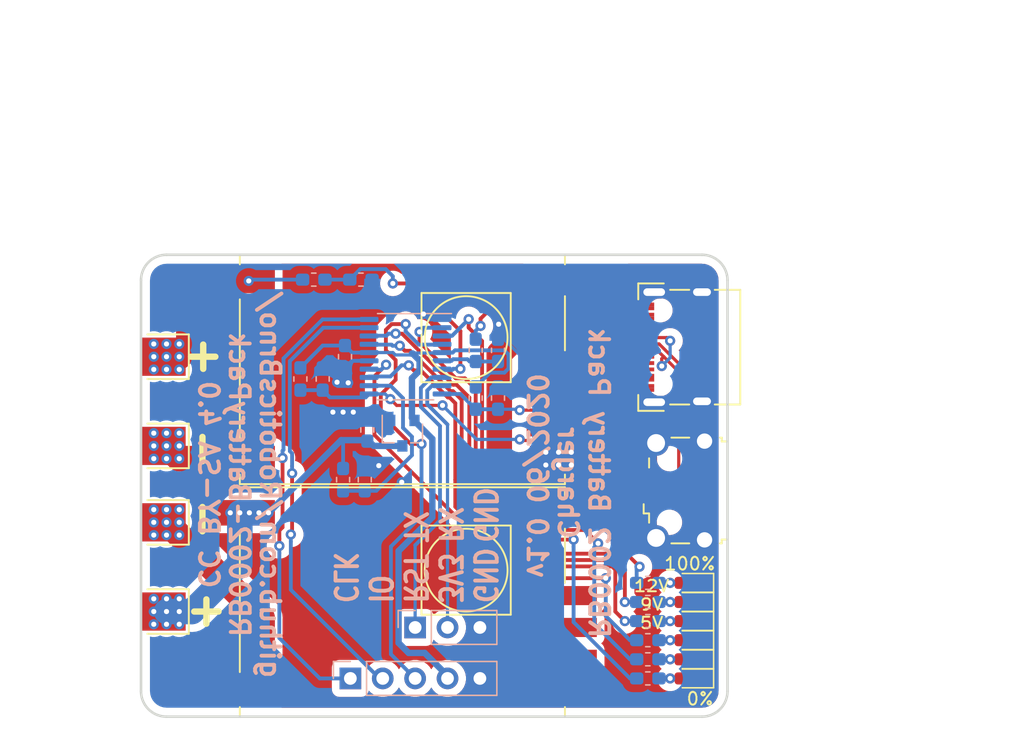
<source format=kicad_pcb>
(kicad_pcb (version 20240108) (generator "pcbnew") (generator_version "8.0")
  (title_block (title "Charger"))
  (layers (0 "F.Cu" signal) (31 "B.Cu" signal) (34 "B.Paste" user) (35 "F.Paste" user) (36 "B.SilkS" user "B.Silkscreen") (37 "F.SilkS" user "F.Silkscreen") (38 "B.Mask" user) (39 "F.Mask" user) (44 "Edge.Cuts" user))
  (net 0 "")
  (net 1 "+3V3")
  (net 2 "GND")
  (net 3 "VBUS")
  (net 4 "Net-(D1-Pad2)")
  (net 5 "Net-(D2-Pad2)")
  (net 6 "Net-(D3-Pad2)")
  (net 7 "D+")
  (net 8 "D-")
  (net 9 "RST")
  (net 10 "SWCLK")
  (net 11 "SWDIO")
  (net 12 "RX")
  (net 13 "TX")
  (net 14 "Net-(J14-Pad1)")
  (net 15 "Net-(J16-Pad1)")
  (net 16 "Net-(R5-Pad1)")
  (net 17 "Net-(R6-Pad1)")
  (net 18 "Net-(R7-Pad1)")
  (net 19 "/VBUS_SENSE")
  (net 20 "BAT1+")
  (net 21 "Net-(D4-Pad2)")
  (net 22 "Net-(D5-Pad2)")
  (net 23 "Net-(D6-Pad2)")
  (net 24 "BAT2+")
  (net 25 "BAT2_V")
  (net 26 "BAT1_V")
  (net 27 "Net-(R14-Pad1)")
  (net 28 "Net-(R15-Pad1)")
  (net 29 "Net-(R16-Pad1)")
  (footprint "Connector_USB:USB_Micro-B_Wuerth_629105150521_CircularHoles" (layer "F.Cu") (at 162.25 114.5 90)
    (property "Reference" "J1" (hide yes))
    (property "Value" "Mirco USB")
  )
  (footprint "batteryPack:USB_C_Female-16Pin-HPJF" (layer "F.Cu") (at 159.25 103.25 90)
    (property "Reference" "P1" (hide yes))
    (property "Value" "USB-C")
  )
  (footprint "batteryPack:TP5100-Module" (layer "F.Cu") (at 140.5 123.25 180)
    (property "Reference" "U4" (hide yes))
    (property "Value" "TP5100-Module")
  )
  (footprint "batteryPack:TP5100-Module" (layer "F.Cu") (at 140.5 105 180)
    (property "Reference" "U1" (hide yes))
    (property "Value" "TP5100-Module")
  )
  (footprint "LED_SMD:LED_0603_1608Metric_Pad1.05x0.95mm_HandSolder" (layer "F.Cu") (at 163.25 121.75 180)
    (property "Reference" "D3" (hide yes))
    (property "Value" "LED_12V")
  )
  (footprint "batteryPack:2mm_Banana-Plug" (layer "F.Cu") (at 120 111 90)
    (property "Reference" "J14" (hide yes))
    (property "Value" "B1-")
  )
  (footprint "batteryPack:2mm_Banana-Plug" (layer "F.Cu") (at 120 104 90)
    (property "Reference" "J13" (hide yes))
    (property "Value" "B1+")
  )
  (footprint "batteryPack:2mm_Banana-Plug" (layer "F.Cu") (at 120 117 90)
    (property "Reference" "J16" (hide yes))
    (property "Value" "B2-")
  )
  (footprint "batteryPack:2mm_Banana-Plug" (layer "F.Cu") (at 120 124 90)
    (property "Reference" "J15" (hide yes))
    (property "Value" "B2+")
  )
  (footprint "LED_SMD:LED_0603_1608Metric_Pad1.05x0.95mm_HandSolder" (layer "F.Cu") (at 163.25 123.25 180)
    (property "Reference" "D2" (hide yes))
    (property "Value" "LED_9V")
  )
  (footprint "LED_SMD:LED_0603_1608Metric_Pad1.05x0.95mm_HandSolder" (layer "F.Cu") (at 163.25 126.25 180)
    (property "Reference" "D4" (hide yes))
    (property "Value" "LED_40%")
  )
  (footprint "LED_SMD:LED_0603_1608Metric_Pad1.05x0.95mm_HandSolder" (layer "F.Cu") (at 163.25 127.75 180)
    (property "Reference" "D5" (hide yes))
    (property "Value" "LED_20%")
  )
  (footprint "LED_SMD:LED_0603_1608Metric_Pad1.05x0.95mm_HandSolder" (layer "F.Cu") (at 163.25 129.25 180)
    (property "Reference" "D6" (hide yes))
    (property "Value" "LED_0%")
  )
  (footprint "LED_SMD:LED_0603_1608Metric_Pad1.05x0.95mm_HandSolder" (layer "F.Cu") (at 163.25 124.75 180)
    (property "Reference" "D1" (hide yes))
    (property "Value" "LED_5V")
  )
  (footprint "Capacitor_SMD:C_0603_1608Metric_Pad1.05x0.95mm_HandSolder" (layer "B.Cu") (at 136 104 90)
    (property "Reference" "C1" (hide yes))
    (property "Value" "470n")
  )
  (footprint "Capacitor_SMD:C_0603_1608Metric_Pad1.05x0.95mm_HandSolder" (layer "B.Cu") (at 137.75 109.75 -90)
    (property "Reference" "C2" (hide yes))
    (property "Value" "470n")
  )
  (footprint "Connector_PinHeader_2.54mm:PinHeader_1x05_P2.54mm_Vertical" (layer "B.Cu") (at 136.42 129.25 -90)
    (property "Reference" "J7" (hide yes))
    (property "Value" "SWD")
  )
  (footprint "Connector_PinHeader_2.54mm:PinHeader_1x03_P2.54mm_Vertical" (layer "B.Cu") (at 141.5 125.25 -90)
    (property "Reference" "J8" (hide yes))
    (property "Value" "UART")
  )
  (footprint "Resistor_SMD:R_0603_1608Metric_Pad1.05x0.95mm_HandSolder" (layer "B.Cu") (at 132.5 105.75 -90)
    (property "Reference" "R1" (hide yes))
    (property "Value" "10k")
  )
  (footprint "Resistor_SMD:R_0603_1608Metric_Pad1.05x0.95mm_HandSolder" (layer "B.Cu") (at 134.25 105.75 90)
    (property "Reference" "R2" (hide yes))
    (property "Value" "2k4")
  )
  (footprint "Resistor_SMD:R_0603_1608Metric_Pad1.05x0.95mm_HandSolder" (layer "B.Cu") (at 146.25 107.25 -90)
    (property "Reference" "R3" (hide yes))
    (property "Value" "10k")
  )
  (footprint "Resistor_SMD:R_0603_1608Metric_Pad1.05x0.95mm_HandSolder" (layer "B.Cu") (at 148 107.25 90)
    (property "Reference" "R4" (hide yes))
    (property "Value" "2k4")
  )
  (footprint "Resistor_SMD:R_0603_1608Metric_Pad1.05x0.95mm_HandSolder" (layer "B.Cu") (at 146.25 103.5 -90)
    (property "Reference" "R8" (hide yes))
    (property "Value" "62k")
  )
  (footprint "Resistor_SMD:R_0603_1608Metric_Pad1.05x0.95mm_HandSolder" (layer "B.Cu") (at 148 103.5 90)
    (property "Reference" "R9" (hide yes))
    (property "Value" "10k")
  )
  (footprint "Resistor_SMD:R_0603_1608Metric_Pad1.05x0.95mm_HandSolder" (layer "B.Cu") (at 159.75 124.75)
    (property "Reference" "R5" (hide yes))
    (property "Value" "1k")
  )
  (footprint "Package_SO:TSSOP-20_4.4x6.5mm_P0.65mm" (layer "B.Cu") (at 140.75 104 180)
    (property "Reference" "U2" (hide yes))
    (property "Value" "STM32F030F4Px")
  )
  (footprint "Resistor_SMD:R_0603_1608Metric_Pad1.05x0.95mm_HandSolder" (layer "B.Cu") (at 159.75 121.75)
    (property "Reference" "R7" (hide yes))
    (property "Value" "1k")
  )
  (footprint "Resistor_SMD:R_0603_1608Metric_Pad1.05x0.95mm_HandSolder" (layer "B.Cu") (at 135.85 113.65 -90)
    (property "Reference" "R10" (hide yes))
    (property "Value" "10k")
  )
  (footprint "Resistor_SMD:R_0603_1608Metric_Pad1.05x0.95mm_HandSolder" (layer "B.Cu") (at 137.55 113.65 90)
    (property "Reference" "R11" (hide yes))
    (property "Value" "20k")
  )
  (footprint "Resistor_SMD:R_0603_1608Metric_Pad1.05x0.95mm_HandSolder" (layer "B.Cu") (at 133.55 97.95)
    (property "Reference" "R12" (hide yes))
    (property "Value" "10k")
  )
  (footprint "Resistor_SMD:R_0603_1608Metric_Pad1.05x0.95mm_HandSolder" (layer "B.Cu") (at 137.25 97.95)
    (property "Reference" "R13" (hide yes))
    (property "Value" "20k")
  )
  (footprint "Resistor_SMD:R_0603_1608Metric_Pad1.05x0.95mm_HandSolder" (layer "B.Cu") (at 159.75 126.25)
    (property "Reference" "R14" (hide yes))
    (property "Value" "1k")
  )
  (footprint "Resistor_SMD:R_0603_1608Metric_Pad1.05x0.95mm_HandSolder" (layer "B.Cu") (at 159.75 127.75)
    (property "Reference" "R15" (hide yes))
    (property "Value" "1k")
  )
  (footprint "Resistor_SMD:R_0603_1608Metric_Pad1.05x0.95mm_HandSolder" (layer "B.Cu") (at 159.75 129.25)
    (property "Reference" "R16" (hide yes))
    (property "Value" "1k")
  )
  (footprint "Package_TO_SOT_SMD:SOT-23" (layer "B.Cu") (at 140.5 110 -90)
    (property "Reference" "U3" (hide yes))
    (property "Value" "XC6206P332MR")
  )
  (footprint "Resistor_SMD:R_0603_1608Metric_Pad1.05x0.95mm_HandSolder" (layer "B.Cu") (at 159.75 123.25)
    (property "Reference" "R6" (hide yes))
    (property "Value" "1k")
  )
  (gr_line (start 166 98) (end 166 130.25) (stroke (width 0.2)) (layer "Edge.Cuts"))
  (gr_arc (start 164 96) (mid 165.414214 96.585786) (end 166 98) (stroke (width 0.2)) (layer "Edge.Cuts"))
  (gr_arc (start 120 98) (mid 120.585786 96.585786) (end 122 96) (stroke (width 0.2)) (layer "Edge.Cuts"))
  (gr_arc (start 122 132.25) (mid 120.585786 131.664214) (end 120 130.25) (stroke (width 0.2)) (layer "Edge.Cuts"))
  (gr_arc (start 166 130.25) (mid 165.414214 131.664214) (end 164 132.25) (stroke (width 0.2)) (layer "Edge.Cuts"))
  (gr_line (start 122 96) (end 164 96) (stroke (width 0.2)) (layer "Edge.Cuts"))
  (gr_line (start 164 132.25) (end 122 132.25) (stroke (width 0.2)) (layer "Edge.Cuts"))
  (gr_line (start 120 130.25) (end 120 98) (stroke (width 0.2)) (layer "Edge.Cuts"))
  (gr_text "GND\nRX\nTX" (at 144.25 118.75 270) (layer "B.SilkS") (effects (font (size 1.7 1.4) (thickness 0.3)) (justify left mirror)))
  (gr_text "github.com/RoboticsBrno/\nRB0002-BatteryPack\nCC BY-SA 4.0" (at 127.709 114.037 270) (layer "B.SilkS") (effects (font (size 1.5 1.5) (thickness 0.3)) (justify mirror)))
  (gr_text "RB0002 Battery Pack\nCharger\n v1.0 06/2020" (at 153.49 113.91 270) (layer "B.SilkS") (effects (font (size 1.5 1.5) (thickness 0.3)) (justify mirror)))
  (gr_text "GND\n3V3\nRST\nIO\nCLK" (at 141.5 123.5 270) (layer "B.SilkS") (effects (font (size 1.7 1.4) (thickness 0.3)) (justify left mirror)))
  (gr_text "0%" (at 163.85 130.85 0) (layer "F.SilkS") (effects (font (size 1 1))))
  (gr_text "_" (at 123.45 111.25 90) (layer "F.SilkS") (effects (font (size 2.5 2.5) (thickness 0.5))))
  (gr_text "+" (at 124.7 104 90) (layer "F.SilkS") (effects (font (size 2.5 2.5) (thickness 0.5))))
  (gr_text "_" (at 123.45 116.75 90) (layer "F.SilkS") (effects (font (size 2.5 2.5) (thickness 0.5))))
  (gr_text "+" (at 124.95 124 90) (layer "F.SilkS") (effects (font (size 2.5 2.5) (thickness 0.5))))
  (gr_text "12V\n9V\n5V\n" (at 160.05 123.45 0) (layer "F.SilkS") (effects (font (size 0.9 1))))
  (gr_text "100%" (at 163.05 120.25 0) (layer "F.SilkS") (effects (font (size 1 1))))
  (segment (start 141.849507 104.298049) (end 141.301458 103.75) (width 0.5) (layer "B.Cu") (net 1))
  (segment (start 144 129) (end 142.25 127.25) (width 0.5) (layer "B.Cu") (net 1))
  (segment (start 148.5 103.5) (end 148.82501 103.82501) (width 0.3) (layer "B.Cu") (net 1))
  (segment (start 143.6125 103.675) (end 144.45 103.675) (width 0.3) (layer "B.Cu") (net 1))
  (segment (start 139.947625 103.861805) (end 141.138195 103.861805) (width 0.25) (layer "B.Cu") (net 1))
  (segment (start 141.301458 103.75) (end 141.25 103.75) (width 0.5) (layer "B.Cu") (net 1))
  (segment (start 136.55 103.675) (end 137.8875 103.675) (width 0.3) (layer "B.Cu") (net 1))
  (segment (start 144.45 103.675) (end 144.625 103.5) (width 0.3) (layer "B.Cu") (net 1))
  (segment (start 141.290589 103.709411) (end 142.562355 103.709411) (width 0.25) (layer "B.Cu") (net 1))
  (segment (start 142.850012 110.450012) (end 141.45 109.05) (width 0.5) (layer "B.Cu") (net 1))
  (segment (start 141.249979 105.685047) (end 141.849507 105.085519) (width 0.5) (layer "B.Cu") (net 1))
  (segment (start 148.82501 103.82501) (end 148.82501 104.92499) (width 0.3) (layer "B.Cu") (net 1))
  (segment (start 132.5 104.875) (end 134.25 103.125) (width 0.3) (layer "B.Cu") (net 1))
  (segment (start 144.625 103.5) (end 148.5 103.5) (width 0.3) (layer "B.Cu") (net 1))
  (segment (start 148.49999 105.25001) (end 147.37499 105.25001) (width 0.3) (layer "B.Cu") (net 1))
  (segment (start 146.749072 105.875928) (end 146.25 106.375) (width 0.3) (layer "B.Cu") (net 1))
  (segment (start 144 129.25) (end 144 129) (width 0.5) (layer "B.Cu") (net 1))
  (segment (start 134.25 103.125) (end 136 103.125) (width 0.3) (layer "B.Cu") (net 1))
  (segment (start 136 103.125) (end 136.55 103.675) (width 0.3) (layer "B.Cu") (net 1))
  (segment (start 147.37499 105.25001) (end 146.749072 105.875928) (width 0.3) (layer "B.Cu") (net 1))
  (segment (start 141.249979 108.799979) (end 141.249979 105.685047) (width 0.5) (layer "B.Cu") (net 1))
  (segment (start 141.138195 103.861805) (end 141.25 103.75) (width 0.25) (layer "B.Cu") (net 1))
  (segment (start 139.76082 103.675) (end 139.947625 103.861805) (width 0.25) (layer "B.Cu") (net 1))
  (segment (start 142.562355 103.709411) (end 143.675 103.675) (width 0.25) (layer "B.Cu") (net 1))
  (segment (start 141.849507 105.085519) (end 141.849507 104.298049) (width 0.5) (layer "B.Cu") (net 1))
  (segment (start 140.199999 126.460001) (end 140.199999 119.250001) (width 0.5) (layer "B.Cu") (net 1))
  (segment (start 142.25 127.25) (end 140.989998 127.25) (width 0.5) (layer "B.Cu") (net 1))
  (segment (start 140.199999 119.250001) (end 142.850012 116.599988) (width 0.5) (layer "B.Cu") (net 1))
  (segment (start 141.25 103.75) (end 141.290589 103.709411) (width 0.25) (layer "B.Cu") (net 1))
  (segment (start 141.45 109.05) (end 141.45 109) (width 0.5) (layer "B.Cu") (net 1))
  (segment (start 137.8875 103.675) (end 139.76082 103.675) (width 0.25) (layer "B.Cu") (net 1))
  (segment (start 148.82501 104.92499) (end 148.49999 105.25001) (width 0.3) (layer "B.Cu") (net 1))
  (segment (start 141.45 109) (end 141.249979 108.799979) (width 0.5) (layer "B.Cu") (net 1))
  (segment (start 140.989998 127.25) (end 140.199999 126.460001) (width 0.5) (layer "B.Cu") (net 1))
  (segment (start 142.850012 116.599988) (end 142.850012 110.450012) (width 0.5) (layer "B.Cu") (net 1))
  (segment (start 160.35 110.825) (end 160.4 110.775) (width 0.25) (layer "F.Cu") (net 2))
  (segment (start 159.25 106.6) (end 159.25 106.3) (width 0.25) (layer "F.Cu") (net 2))
  (segment (start 159.25 100.2) (end 159.25 99.9) (width 0.25) (layer "F.Cu") (net 2))
  (segment (start 160.35 113.2) (end 160.35 110.825) (width 0.25) (layer "F.Cu") (net 2))
  (via (at 151.75 111.5) (size 0.8) (drill 0.4) (layers "F.Cu" "B.Cu") (net 2))
  (via (at 151.75 112.5) (size 0.8) (drill 0.4) (layers "F.Cu" "B.Cu") (net 2))
  (via (at 152.75 111.5) (size 0.8) (drill 0.4) (layers "F.Cu" "B.Cu") (net 2))
  (via (at 152.75 112.5) (size 0.8) (drill 0.4) (layers "F.Cu" "B.Cu") (net 2))
  (via (at 153.75 111.5) (size 0.8) (drill 0.4) (layers "F.Cu" "B.Cu") (net 2))
  (via (at 136.65 108.35) (size 0.8) (drill 0.4) (layers "F.Cu" "B.Cu") (net 2))
  (via (at 142.15 100.65) (size 0.8) (drill 0.4) (layers "F.Cu" "B.Cu") (net 2))
  (via (at 153.75 112.5) (size 0.8) (drill 0.4) (layers "F.Cu" "B.Cu") (net 2))
  (via (at 135.85 108.35) (size 0.8) (drill 0.4) (layers "F.Cu" "B.Cu") (net 2))
  (via (at 135.37497 106) (size 0.8) (drill 0.4) (layers "F.Cu" "B.Cu") (net 2))
  (via (at 140.45 113.85) (size 0.8) (drill 0.4) (layers "F.Cu" "B.Cu") (net 2))
  (via (at 138.65 112.55) (size 0.8) (drill 0.4) (layers "F.Cu" "B.Cu") (net 2))
  (via (at 148.050004 101.45) (size 0.8) (drill 0.4) (layers "F.Cu" "B.Cu") (net 2))
  (via (at 136.25 106.05) (size 0.8) (drill 0.4) (layers "F.Cu" "B.Cu") (net 2))
  (via (at 135.05 108.35) (size 0.8) (drill 0.4) (layers "F.Cu" "B.Cu") (net 2))
  (segment (start 136 105.4) (end 135.4 106) (width 0.3) (layer "B.Cu") (net 2))
  (segment (start 148 101.500004) (end 148.050004 101.45) (width 0.3) (layer "B.Cu") (net 2))
  (segment (start 150 106.25) (end 149.875 106.375) (width 0.25) (layer "B.Cu") (net 2))
  (segment (start 136.55 104.325) (end 136 104.875) (width 0.3) (layer "B.Cu") (net 2))
  (segment (start 137.55 112.775) (end 138.425 112.775) (width 0.3) (layer "B.Cu") (net 2))
  (segment (start 142.575 101.075) (end 142.15 100.65) (width 0.3) (layer "B.Cu") (net 2))
  (segment (start 150 104.15) (end 150 106.25) (width 0.25) (layer "B.Cu") (net 2))
  (segment (start 138.425 112.775) (end 138.65 112.55) (width 0.3) (layer "B.Cu") (net 2))
  (segment (start 138.625 108.25) (end 138.625 109.125) (width 0.5) (layer "B.Cu") (net 2))
  (segment (start 149.875 106.375) (end 148 106.375) (width 0.25) (layer "B.Cu") (net 2))
  (segment (start 138.625 109.725) (end 139 110.1) (width 0.5) (layer "B.Cu") (net 2))
  (segment (start 138.625 109.125) (end 138.625 109.725) (width 0.5) (layer "B.Cu") (net 2))
  (segment (start 137.8875 104.325) (end 136.55 104.325) (width 0.3) (layer "B.Cu") (net 2))
  (segment (start 148 102.625) (end 148 101.500004) (width 0.3) (layer "B.Cu") (net 2))
  (segment (start 148.475 102.625) (end 150 104.15) (width 0.25) (layer "B.Cu") (net 2))
  (segment (start 143.6125 101.075) (end 142.575 101.075) (width 0.3) (layer "B.Cu") (net 2))
  (segment (start 149.71728 106.375) (end 150.09228 106) (width 0.3) (layer "B.Cu") (net 2))
  (segment (start 148 102.625) (end 148.475 102.625) (width 0.25) (layer "B.Cu") (net 2))
  (segment (start 148 106.375) (end 149.71728 106.375) (width 0.3) (layer "B.Cu") (net 2))
  (segment (start 135.4 106) (end 135.37497 106) (width 0.3) (layer "B.Cu") (net 2))
  (segment (start 136 104.875) (end 136 105.4) (width 0.3) (layer "B.Cu") (net 2))
  (segment (start 134.25 104.875) (end 136 104.875) (width 0.3) (layer "B.Cu") (net 2))
  (segment (start 148.100011 103.767991) (end 148.100011 112.850011) (width 2) (layer "F.Cu") (net 3))
  (segment (start 152.361283 116.25) (end 151.5 116.25) (width 2) (layer "F.Cu") (net 3))
  (segment (start 151.5 100.368002) (end 148.100011 103.767991) (width 2) (layer "F.Cu") (net 3))
  (segment (start 151.5 98) (end 151.5 100.368002) (width 2) (layer "F.Cu") (net 3))
  (segment (start 148.100011 112.850011) (end 151.5 116.25) (width 2) (layer "F.Cu") (net 3))
  (segment (start 151.5 98) (end 149.647514 98) (width 0.3) (layer "F.Cu") (net 3))
  (segment (start 146.629659 101.017855) (end 146.629659 101.58354) (width 0.3) (layer "F.Cu") (net 3))
  (segment (start 149.647514 98) (end 146.629659 101.017855) (width 0.3) (layer "F.Cu") (net 3))
  (via (at 146.629659 101.58354) (size 0.8) (drill 0.4) (layers "F.Cu" "B.Cu") (net 3))
  (segment (start 146.25 101.963199) (end 146.629659 101.58354) (width 0.3) (layer "B.Cu") (net 3))
  (segment (start 146.25 102.625) (end 146.25 101.963199) (width 0.3) (layer "B.Cu") (net 3))
  (segment (start 161.5 124.75) (end 162.5 124.75) (width 0.25) (layer "F.Cu") (net 4))
  (via (at 161.5 124.75) (size 0.8) (drill 0.4) (layers "F.Cu" "B.Cu") (net 4))
  (segment (start 160.625 124.75) (end 161.5 124.75) (width 0.25) (layer "B.Cu") (net 4))
  (segment (start 162.375 123.25) (end 161.5 123.25) (width 0.25) (layer "F.Cu") (net 5))
  (via (at 161.5 123.25) (size 0.8) (drill 0.4) (layers "F.Cu" "B.Cu") (net 5))
  (segment (start 161.5 123.25) (end 160.5 123.25) (width 0.25) (layer "B.Cu") (net 5))
  (segment (start 162.25 121.75) (end 162.5 121.75) (width 0.25) (layer "F.Cu") (net 6))
  (segment (start 161.5 121.75) (end 162.25 121.75) (width 0.25) (layer "F.Cu") (net 6))
  (via (at 161.5 121.75) (size 0.8) (drill 0.4) (layers "F.Cu" "B.Cu") (net 6))
  (segment (start 160.625 121.75) (end 161.5 121.75) (width 0.25) (layer "B.Cu") (net 6))
  (segment (start 160.844212 104.73315) (end 160.844212 104.155788) (width 0.25) (layer "F.Cu") (net 7))
  (segment (start 156.5 108.914998) (end 155.777679 108.192677) (width 0.25) (layer "F.Cu") (net 7))
  (segment (start 155.777679 108.192677) (end 150.265706 108.192677) (width 0.25) (layer "F.Cu") (net 7))
  (segment (start 159.25 102.5) (end 161.25 102.5) (width 0.25) (layer "F.Cu") (net 7))
  (segment (start 161 104) (end 160.485003 103.5) (width 0.25) (layer "F.Cu") (net 7))
  (segment (start 161.25 102.5) (end 161.5 102.75) (width 0.25) (layer "F.Cu") (net 7))
  (segment (start 162.175001 105.189998) (end 161 104) (width 0.25) (layer "F.Cu") (net 7))
  (segment (start 150.265706 108.192677) (end 149.700021 108.192677) (width 0.25) (layer "F.Cu") (net 7))
  (segment (start 161.25 114.5) (end 162.175001 113.574999) (width 0.25) (layer "F.Cu") (net 7))
  (segment (start 160.844212 104.155788) (end 161 104) (width 0.25) (layer "F.Cu") (net 7))
  (segment (start 160.485003 103.5) (end 159.25 103.5) (width 0.25) (layer "F.Cu") (net 7))
  (segment (start 160.35 114.5) (end 161.25 114.5) (width 0.25) (layer "F.Cu") (net 7))
  (segment (start 159.45 114.5) (end 156.5 111.55) (width 0.25) (layer "F.Cu") (net 7))
  (segment (start 162.175001 113.574999) (end 162.175001 105.189998) (width 0.25) (layer "F.Cu") (net 7))
  (segment (start 160.35 114.5) (end 159.45 114.5) (width 0.25) (layer "F.Cu") (net 7))
  (segment (start 156.5 111.55) (end 156.5 108.914998) (width 0.25) (layer "F.Cu") (net 7))
  (via (at 149.700021 108.192677) (size 0.8) (drill 0.4) (layers "F.Cu" "B.Cu") (net 7))
  (via (at 161.5 102.75) (size 0.8) (drill 0.4) (layers "F.Cu" "B.Cu") (net 7))
  (via (at 160.844212 104.73315) (size 0.8) (drill 0.4) (layers "F.Cu" "B.Cu") (net 7))
  (segment (start 146.25 108.125) (end 148 108.125) (width 0.3) (layer "B.Cu") (net 7))
  (segment (start 149.632344 108.125) (end 149.700021 108.192677) (width 0.25) (layer "B.Cu") (net 7))
  (segment (start 143.6125 106.925) (end 145.05 106.925) (width 0.3) (layer "B.Cu") (net 7))
  (segment (start 148 108.125) (end 149.632344 108.125) (width 0.25) (layer "B.Cu") (net 7))
  (segment (start 145.05 106.925) (end 145.750928 107.625928) (width 0.3) (layer "B.Cu") (net 7))
  (segment (start 161.5 102.75) (end 161.5 104.077362) (width 0.25) (layer "B.Cu") (net 7))
  (segment (start 161.5 104.077362) (end 160.844212 104.73315) (width 0.25) (layer "B.Cu") (net 7))
  (segment (start 145.750928 107.625928) (end 146.25 108.125) (width 0.3) (layer "B.Cu") (net 7))
  (segment (start 140.051124 107.821818) (end 139.558248 107.328942) (width 0.25) (layer "F.Cu") (net 8))
  (segment (start 159.25 103) (end 160.636411 103) (width 0.25) (layer "F.Cu") (net 8))
  (segment (start 159.45 115.15) (end 156.04999 111.74999) (width 0.25) (layer "F.Cu") (net 8))
  (segment (start 156.04999 110.92499) (end 155.70001 110.57501) (width 0.25) (layer "F.Cu") (net 8))
  (segment (start 156.04999 111.74999) (end 156.04999 110.92499) (width 0.25) (layer "F.Cu") (net 8))
  (segment (start 157.924999 103.075001) (end 157.924999 103.924999) (width 0.25) (layer "F.Cu") (net 8))
  (segment (start 161.25 115.15) (end 160.35 115.15) (width 0.25) (layer "F.Cu") (net 8))
  (segment (start 158 103) (end 157.924999 103.075001) (width 0.25) (layer "F.Cu") (net 8))
  (segment (start 155.70001 110.57501) (end 149.78519 110.57501) (width 0.25) (layer "F.Cu") (net 8))
  (segment (start 158 104) (end 159.25 104) (width 0.25) (layer "F.Cu") (net 8))
  (segment (start 162.625012 104.988601) (end 162.625012 113.774988) (width 0.25) (layer "F.Cu") (net 8))
  (segment (start 160.35 115.15) (end 159.45 115.15) (width 0.25) (layer "F.Cu") (net 8))
  (segment (start 162.625012 113.774988) (end 161.25 115.15) (width 0.25) (layer "F.Cu") (net 8))
  (segment (start 160.636411 103) (end 162.625012 104.988601) (width 0.25) (layer "F.Cu") (net 8))
  (segment (start 143.64926 107.821818) (end 140.051124 107.821818) (width 0.25) (layer "F.Cu") (net 8))
  (segment (start 159.25 103) (end 158 103) (width 0.25) (layer "F.Cu") (net 8))
  (segment (start 149.78519 110.57501) (end 149.700021 110.489841) (width 0.25) (layer "F.Cu") (net 8))
  (segment (start 157.924999 103.924999) (end 158 104) (width 0.25) (layer "F.Cu") (net 8))
  (via (at 139.558248 107.328942) (size 0.8) (drill 0.4) (layers "F.Cu" "B.Cu") (net 8))
  (via (at 149.700021 110.489841) (size 0.8) (drill 0.4) (layers "F.Cu" "B.Cu") (net 8))
  (via (at 143.64926 107.821818) (size 0.8) (drill 0.4) (layers "F.Cu" "B.Cu") (net 8))
  (segment (start 139.154306 106.925) (end 139.558248 107.328942) (width 0.25) (layer "B.Cu") (net 8))
  (segment (start 149.700021 110.489841) (end 146.317283 110.489841) (width 0.25) (layer "B.Cu") (net 8))
  (segment (start 137.8875 106.925) (end 137.61679 107.19571) (width 0.3) (layer "B.Cu") (net 8))
  (segment (start 132.5 106.625) (end 134.25 106.625) (width 0.3) (layer "B.Cu") (net 8))
  (segment (start 144.049259 108.221817) (end 143.64926 107.821818) (width 0.25) (layer "B.Cu") (net 8))
  (segment (start 137.61679 107.19571) (end 134.82071 107.19571) (width 0.3) (layer "B.Cu") (net 8))
  (segment (start 134.82071 107.19571) (end 134.749072 107.124072) (width 0.3) (layer "B.Cu") (net 8))
  (segment (start 137.8875 106.925) (end 139.154306 106.925) (width 0.25) (layer "B.Cu") (net 8))
  (segment (start 134.749072 107.124072) (end 134.25 106.625) (width 0.3) (layer "B.Cu") (net 8))
  (segment (start 146.317283 110.489841) (end 144.049259 108.221817) (width 0.25) (layer "B.Cu") (net 8))
  (segment (start 142.00001 110.848674) (end 141.148674 110.848674) (width 0.3) (layer "F.Cu") (net 9))
  (segment (start 139.971855 105.805331) (end 139.971855 104.269192) (width 0.3) (layer "F.Cu") (net 9))
  (segment (start 138.808246 106.96894) (end 139.971855 105.805331) (width 0.3) (layer "F.Cu") (net 9))
  (segment (start 139.203999 103.501336) (end 139.203999 101.896001) (width 0.3) (layer "F.Cu") (net 9))
  (segment (start 139.203999 101.896001) (end 139.659393 101.440607) (width 0.3) (layer "F.Cu") (net 9))
  (segment (start 138.808246 108.508246) (end 138.808246 106.96894) (width 0.3) (layer "F.Cu") (net 9))
  (segment (start 141.148674 110.848674) (end 138.808246 108.508246) (width 0.3) (layer "F.Cu") (net 9))
  (segment (start 139.659393 101.440607) (end 140.755807 101.440607) (width 0.3) (layer "F.Cu") (net 9))
  (segment (start 139.971855 104.269192) (end 139.203999 103.501336) (width 0.3) (layer "F.Cu") (net 9))
  (via (at 140.755807 101.440607) (size 0.8) (drill 0.4) (layers "F.Cu" "B.Cu") (net 9))
  (via (at 142.00001 110.848674) (size 0.8) (drill 0.4) (layers "F.Cu" "B.Cu") (net 9))
  (segment (start 140.755807 102.021492) (end 140.755807 102.006292) (width 0.3) (layer "B.Cu") (net 9))
  (segment (start 141.5 129.25) (end 139.599988 127.349988) (width 0.3) (layer "B.Cu") (net 9))
  (segment (start 143.75 103.05) (end 141.784315 103.05) (width 0.3) (layer "B.Cu") (net 9))
  (segment (start 142.00001 116.49999) (end 142.00001 111.414359) (width 0.3) (layer "B.Cu") (net 9))
  (segment (start 140.755807 102.006292) (end 140.755807 101.440607) (width 0.3) (layer "B.Cu") (net 9))
  (segment (start 142.00001 111.414359) (end 142.00001 110.848674) (width 0.3) (layer "B.Cu") (net 9))
  (segment (start 139.599988 127.349988) (end 139.599988 118.900012) (width 0.3) (layer "B.Cu") (net 9))
  (segment (start 139.599988 118.900012) (end 142.00001 116.49999) (width 0.3) (layer "B.Cu") (net 9))
  (segment (start 141.784315 103.05) (end 140.755807 102.021492) (width 0.3) (layer "B.Cu") (net 9))
  (segment (start 131.100002 117.389994) (end 130.85 117.639996) (width 0.3) (layer "F.Cu") (net 10))
  (segment (start 130.85 118.284315) (end 130.85 118.85) (width 0.3) (layer "F.Cu") (net 10))
  (segment (start 131.100002 111.95) (end 131.100002 117.389994) (width 0.3) (layer "F.Cu") (net 10))
  (segment (start 130.85 117.639996) (end 130.85 118.284315) (width 0.3) (layer "F.Cu") (net 10))
  (via (at 131.100002 111.95) (size 0.8) (drill 0.4) (layers "F.Cu" "B.Cu") (net 10))
  (via (at 130.85 118.85) (size 0.8) (drill 0.4) (layers "F.Cu" "B.Cu") (net 10))
  (segment (start 137.05 101.075) (end 137.8875 101.075) (width 0.3) (layer "B.Cu") (net 10))
  (segment (start 130.85 126.08) (end 130.85 119.415685) (width 0.3) (layer "B.Cu") (net 10))
  (segment (start 136.25 129.25) (end 134.02 129.25) (width 0.3) (layer "B.Cu") (net 10))
  (segment (start 131.174979 111.309338) (end 131.174979 104.137033) (width 0.3) (layer "B.Cu") (net 10))
  (segment (start 134.02 129.25) (end 130.85 126.08) (width 0.3) (layer "B.Cu") (net 10))
  (segment (start 131.100002 111.95) (end 131.100002 111.384315) (width 0.3) (layer "B.Cu") (net 10))
  (segment (start 130.85 119.415685) (end 130.85 118.85) (width 0.3) (layer "B.Cu") (net 10))
  (segment (start 134.237012 101.075) (end 137.05 101.075) (width 0.3) (layer "B.Cu") (net 10))
  (segment (start 131.100002 111.384315) (end 131.174979 111.309338) (width 0.3) (layer "B.Cu") (net 10))
  (segment (start 131.174979 104.137033) (end 134.237012 101.075) (width 0.3) (layer "B.Cu") (net 10))
  (segment (start 131.850012 117.849994) (end 131.750006 117.95) (width 0.3) (layer "F.Cu") (net 11))
  (segment (start 131.850012 113.15) (end 131.850012 117.849994) (width 0.3) (layer "F.Cu") (net 11))
  (via (at 131.850012 113.15) (size 0.8) (drill 0.4) (layers "F.Cu" "B.Cu") (net 11))
  (via (at 131.750006 117.95) (size 0.8) (drill 0.4) (layers "F.Cu" "B.Cu") (net 11))
  (segment (start 131.750006 122.249994) (end 131.750006 118.515685) (width 0.3) (layer "B.Cu") (net 11))
  (segment (start 131.750006 122.25) (end 131.750006 122.295004) (width 0.25) (layer "B.Cu") (net 11))
  (segment (start 131.67499 111.414986) (end 131.850012 111.590008) (width 0.3) (layer "B.Cu") (net 11))
  (segment (start 131.67499 104.344144) (end 131.67499 111.414986) (width 0.3) (layer "B.Cu") (net 11))
  (segment (start 134.294134 101.725) (end 131.67499 104.344144) (width 0.3) (layer "B.Cu") (net 11))
  (segment (start 131.850012 111.590008) (end 131.850012 112.584315) (width 0.3) (layer "B.Cu") (net 11))
  (segment (start 137.8875 101.725) (end 134.294134 101.725) (width 0.3) (layer "B.Cu") (net 11))
  (segment (start 131.75 122.25) (end 131.750006 122.249994) (width 0.3) (layer "B.Cu") (net 11))
  (segment (start 131.850012 112.584315) (end 131.850012 113.15) (width 0.3) (layer "B.Cu") (net 11))
  (segment (start 131.750006 118.515685) (end 131.750006 117.95) (width 0.3) (layer "B.Cu") (net 11))
  (segment (start 131.750006 122.295004) (end 138.705002 129.25) (width 0.3) (layer "B.Cu") (net 11))
  (segment (start 144.04 125.25) (end 144.04 109.32256) (width 0.25) (layer "B.Cu") (net 12))
  (segment (start 144.04 109.32256) (end 142.45 107.73256) (width 0.3) (layer "B.Cu") (net 12))
  (segment (start 142.45 107.73256) (end 142.45 106.65) (width 0.3) (layer "B.Cu") (net 12))
  (segment (start 142.45 106.65) (end 142.825 106.275) (width 0.3) (layer "B.Cu") (net 12))
  (segment (start 142.825 106.275) (end 143.6125 106.275) (width 0.3) (layer "B.Cu") (net 12))
  (segment (start 141.94999 106.442888) (end 142.767878 105.625) (width 0.3) (layer "B.Cu") (net 13))
  (segment (start 141.5 118.798543) (end 143.450023 116.84852) (width 0.3) (layer "B.Cu") (net 13))
  (segment (start 143.450023 109.439705) (end 141.949989 107.939671) (width 0.3) (layer "B.Cu") (net 13))
  (segment (start 143.450023 116.84852) (end 143.450023 109.439705) (width 0.3) (layer "B.Cu") (net 13))
  (segment (start 142.875 105.625) (end 143.6125 105.625) (width 0.3) (layer "B.Cu") (net 13))
  (segment (start 141.949989 107.939671) (end 141.94999 106.442888) (width 0.3) (layer "B.Cu") (net 13))
  (segment (start 142.767878 105.625) (end 142.875 105.625) (width 0.3) (layer "B.Cu") (net 13))
  (segment (start 141.5 125.25) (end 141.5 118.798543) (width 0.25) (layer "B.Cu") (net 13))
  (segment (start 121.75 111) (end 121.75 111) (width 2) (layer "F.Cu") (net 14))
  (segment (start 124.75 112) (end 123 112) (width 2) (layer "F.Cu") (net 14))
  (segment (start 129.5 112) (end 124.75 112) (width 2) (layer "F.Cu") (net 14))
  (segment (start 122 111) (end 121.75 111) (width 2) (layer "F.Cu") (net 14))
  (segment (start 123 112) (end 122 111) (width 2) (layer "F.Cu") (net 14))
  (via (at 121 111) (size 0.8) (drill 0.4) (layers "F.Cu" "B.Cu") (net 14))
  (via (at 121 112) (size 0.8) (drill 0.4) (layers "F.Cu" "B.Cu") (net 14))
  (via (at 121 110) (size 0.8) (drill 0.4) (layers "F.Cu" "B.Cu") (net 14))
  (via (at 123 112) (size 0.8) (drill 0.4) (layers "F.Cu" "B.Cu") (net 14))
  (via (at 123 111) (size 0.8) (drill 0.4) (layers "F.Cu" "B.Cu") (net 14))
  (via (at 123 110) (size 0.8) (drill 0.4) (layers "F.Cu" "B.Cu") (net 14))
  (via (at 122 112) (size 0.8) (drill 0.4) (layers "F.Cu" "B.Cu") (net 14))
  (via (at 122 111) (size 0.8) (drill 0.4) (layers "F.Cu" "B.Cu") (net 14))
  (via (at 122 110) (size 0.8) (drill 0.4) (layers "F.Cu" "B.Cu") (net 14))
  (segment (start 122 117) (end 129.5 124.5) (width 2) (layer "F.Cu") (net 15))
  (segment (start 129.5 124.5) (end 129.5 130.25) (width 2) (layer "F.Cu") (net 15))
  (via (at 122 116) (size 0.8) (drill 0.4) (layers "F.Cu" "B.Cu") (net 15))
  (via (at 123 118) (size 0.8) (drill 0.4) (layers "F.Cu" "B.Cu") (net 15))
  (via (at 122 118) (size 0.8) (drill 0.4) (layers "F.Cu" "B.Cu") (net 15))
  (via (at 123 117) (size 0.8) (drill 0.4) (layers "F.Cu" "B.Cu") (net 15))
  (via (at 121 117) (size 0.8) (drill 0.4) (layers "F.Cu" "B.Cu") (net 15))
  (via (at 121 116) (size 0.8) (drill 0.4) (layers "F.Cu" "B.Cu") (net 15))
  (via (at 121 118) (size 0.8) (drill 0.4) (layers "F.Cu" "B.Cu") (net 15))
  (via (at 122 117) (size 0.8) (drill 0.4) (layers "F.Cu" "B.Cu") (net 15))
  (via (at 123 116) (size 0.8) (drill 0.4) (layers "F.Cu" "B.Cu") (net 15))
  (segment (start 156.948872 120.458854) (end 157.200001 120.709983) (width 0.3) (layer "F.Cu") (net 16))
  (segment (start 144.649992 113.657112) (end 144.649959 113.657145) (width 0.3) (layer "F.Cu") (net 16))
  (segment (start 157.200001 120.709983) (end 157.200001 124.000013) (width 0.3) (layer "F.Cu") (net 16))
  (segment (start 144.200032 107.200032) (end 144.068662 107.200032) (width 0.3) (layer "F.Cu") (net 16))
  (segment (start 141.946147 105.077517) (end 141.399505 105.077517) (width 0.3) (layer "F.Cu") (net 16))
  (segment (start 149.330366 120.458854) (end 156.948872 120.458854) (width 0.3) (layer "F.Cu") (net 16))
  (segment (start 144.068662 107.200032) (end 141.946147 105.077517) (width 0.3) (layer "F.Cu") (net 16))
  (segment (start 144.649959 113.657145) (end 144.649959 115.778447) (width 0.3) (layer "F.Cu") (net 16))
  (segment (start 144.649992 107.649992) (end 144.200032 107.200032) (width 0.3) (layer "F.Cu") (net 16))
  (segment (start 157.200001 124.000013) (end 157.550001 124.350013) (width 0.3) (layer "F.Cu") (net 16))
  (segment (start 144.649992 113.657112) (end 144.649992 107.649992) (width 0.3) (layer "F.Cu") (net 16))
  (segment (start 157.550001 124.350013) (end 157.95 124.750012) (width 0.3) (layer "F.Cu") (net 16))
  (segment (start 144.649992 113.649992) (end 144.649992 113.657112) (width 0.3) (layer "F.Cu") (net 16))
  (segment (start 144.649959 115.778447) (end 149.330366 120.458854) (width 0.3) (layer "F.Cu") (net 16))
  (segment (start 141.399505 105.077517) (end 140.999506 104.677518) (width 0.3) (layer "F.Cu") (net 16))
  (via (at 140.999506 104.677518) (size 0.8) (drill 0.4) (layers "F.Cu" "B.Cu") (net 16))
  (via (at 157.95 124.750012) (size 0.8) (drill 0.4) (layers "F.Cu" "B.Cu") (net 16))
  (segment (start 140.433821 104.677518) (end 140.999506 104.677518) (width 0.3) (layer "B.Cu") (net 16))
  (segment (start 139.561339 105.55) (end 140.433821 104.677518) (width 0.3) (layer "B.Cu") (net 16))
  (segment (start 157.950012 124.75) (end 157.95 124.750012) (width 0.3) (layer "B.Cu") (net 16))
  (segment (start 158.875 124.75) (end 157.950012 124.75) (width 0.3) (layer "B.Cu") (net 16))
  (segment (start 137.85 105.55) (end 139.561339 105.55) (width 0.3) (layer "B.Cu") (net 16))
  (segment (start 141.112554 103.536802) (end 140.695626 103.536802) (width 0.3) (layer "F.Cu") (net 17))
  (segment (start 145.150002 115.571368) (end 145.150002 107.384317) (width 0.3) (layer "F.Cu") (net 17))
  (segment (start 140.695626 103.536802) (end 140.295627 103.136803) (width 0.3) (layer "F.Cu") (net 17))
  (segment (start 144.275774 106.700022) (end 141.112554 103.536802) (width 0.3) (layer "F.Cu") (net 17))
  (segment (start 157.950002 120.752862) (end 157.155983 119.958843) (width 0.3) (layer "F.Cu") (net 17))
  (segment (start 144.465708 106.700023) (end 144.275774 106.700022) (width 0.3) (layer "F.Cu") (net 17))
  (segment (start 149.537476 119.958842) (end 145.150002 115.571368) (width 0.3) (layer "F.Cu") (net 17))
  (segment (start 157.155983 119.958843) (end 149.537476 119.958842) (width 0.3) (layer "F.Cu") (net 17))
  (segment (start 145.150002 107.384317) (end 144.465708 106.700023) (width 0.3) (layer "F.Cu") (net 17))
  (segment (start 157.950002 123.25) (end 157.950002 120.752862) (width 0.3) (layer "F.Cu") (net 17))
  (via (at 140.295627 103.136803) (size 0.8) (drill 0.4) (layers "F.Cu" "B.Cu") (net 17))
  (via (at 157.950002 123.25) (size 0.8) (drill 0.4) (layers "F.Cu" "B.Cu") (net 17))
  (segment (start 139.643139 103.05) (end 139.729942 103.136803) (width 0.3) (layer "B.Cu") (net 17))
  (segment (start 158.875 123.25) (end 157.950002 123.25) (width 0.3) (layer "B.Cu") (net 17))
  (segment (start 137.85 103.05) (end 139.643139 103.05) (width 0.3) (layer "B.Cu") (net 17))
  (segment (start 139.729942 103.136803) (end 140.295627 103.136803) (width 0.3) (layer "B.Cu") (net 17))
  (segment (start 144.746951 106.200013) (end 144.482886 106.200012) (width 0.3) (layer "F.Cu") (net 18))
  (segment (start 145.749979 107.203041) (end 144.746951 106.200013) (width 0.3) (layer "F.Cu") (net 18))
  (segment (start 145.749979 115.464223) (end 145.749979 107.203041) (width 0.3) (layer "F.Cu") (net 18))
  (segment (start 158.080157 119.458832) (end 149.744588 119.458832) (width 0.3) (layer "F.Cu") (net 18))
  (segment (start 140.47449 102.191616) (end 139.96906 102.191616) (width 0.3) (layer "F.Cu") (net 18))
  (segment (start 149.744588 119.458832) (end 145.749979 115.464223) (width 0.3) (layer "F.Cu") (net 18))
  (segment (start 159.100031 120.478706) (end 158.080157 119.458832) (width 0.3) (layer "F.Cu") (net 18))
  (segment (start 144.482886 106.200012) (end 140.47449 102.191616) (width 0.3) (layer "F.Cu") (net 18))
  (via (at 139.96906 102.191616) (size 0.8) (drill 0.4) (layers "F.Cu" "B.Cu") (net 18))
  (via (at 159.100031 120.478706) (size 0.8) (drill 0.4) (layers "F.Cu" "B.Cu") (net 18))
  (segment (start 139.244991 102.35) (end 139.403375 102.191616) (width 0.3) (layer "B.Cu") (net 18))
  (segment (start 137.85 102.35) (end 139.244991 102.35) (width 0.3) (layer "B.Cu") (net 18))
  (segment (start 158.875 120.703737) (end 159.100031 120.478706) (width 0.3) (layer "B.Cu") (net 18))
  (segment (start 139.403375 102.191616) (end 139.96906 102.191616) (width 0.3) (layer "B.Cu") (net 18))
  (segment (start 158.875 121.75) (end 158.875 120.703737) (width 0.3) (layer "B.Cu") (net 18))
  (segment (start 144.35 104.325) (end 143.6125 104.325) (width 0.3) (layer "B.Cu") (net 19))
  (segment (start 145.599999 104.199999) (end 144.475001 104.199999) (width 0.3) (layer "B.Cu") (net 19))
  (segment (start 144.475001 104.199999) (end 144.35 104.325) (width 0.3) (layer "B.Cu") (net 19))
  (segment (start 146.25 104.375) (end 145.775 104.375) (width 0.3) (layer "B.Cu") (net 19))
  (segment (start 145.775 104.375) (end 145.599999 104.199999) (width 0.3) (layer "B.Cu") (net 19))
  (segment (start 146.25 104.375) (end 148 104.375) (width 0.3) (layer "B.Cu") (net 19))
  (segment (start 121.75 104) (end 121.75 104) (width 2) (layer "F.Cu") (net 20))
  (segment (start 123 104) (end 121.75 104) (width 2) (layer "F.Cu") (net 20))
  (segment (start 129.5 98) (end 126 98) (width 2) (layer "F.Cu") (net 20))
  (segment (start 126 98) (end 123.75 100.25) (width 2) (layer "F.Cu") (net 20))
  (segment (start 123.75 103.25) (end 123 104) (width 2) (layer "F.Cu") (net 20))
  (segment (start 123.75 100.25) (end 123.75 103.25) (width 2) (layer "F.Cu") (net 20))
  (via (at 122 105) (size 0.8) (drill 0.4) (layers "F.Cu" "B.Cu") (net 20))
  (via (at 123 105) (size 0.8) (drill 0.4) (layers "F.Cu" "B.Cu") (net 20))
  (via (at 123 104) (size 0.8) (drill 0.4) (layers "F.Cu" "B.Cu") (net 20))
  (via (at 123 103) (size 0.8) (drill 0.4) (layers "F.Cu" "B.Cu") (net 20))
  (via (at 122 103) (size 0.8) (drill 0.4) (layers "F.Cu" "B.Cu") (net 20))
  (via (at 122 104) (size 0.8) (drill 0.4) (layers "F.Cu" "B.Cu") (net 20))
  (via (at 121 103) (size 0.8) (drill 0.4) (layers "F.Cu" "B.Cu") (net 20))
  (via (at 121 105) (size 0.8) (drill 0.4) (layers "F.Cu" "B.Cu") (net 20))
  (via (at 121 104) (size 0.8) (drill 0.4) (layers "F.Cu" "B.Cu") (net 20))
  (via (at 128.45 98.05) (size 0.8) (drill 0.4) (layers "F.Cu" "B.Cu") (net 20))
  (segment (start 128.55 97.95) (end 128.45 98.05) (width 0.3) (layer "B.Cu") (net 20))
  (segment (start 132.675 97.95) (end 128.55 97.95) (width 0.3) (layer "B.Cu") (net 20))
  (segment (start 162.375 126.25) (end 161.5 126.25) (width 0.25) (layer "F.Cu") (net 21))
  (via (at 161.5 126.25) (size 0.8) (drill 0.4) (layers "F.Cu" "B.Cu") (net 21))
  (segment (start 161.5 126.25) (end 160.5 126.25) (width 0.25) (layer "B.Cu") (net 21))
  (segment (start 161.5 127.75) (end 162.25 127.75) (width 0.25) (layer "F.Cu") (net 22))
  (via (at 161.5 127.75) (size 0.8) (drill 0.4) (layers "F.Cu" "B.Cu") (net 22))
  (segment (start 160.625 127.75) (end 161.5 127.75) (width 0.25) (layer "B.Cu") (net 22))
  (segment (start 162.375 129.25) (end 161.5 129.25) (width 0.25) (layer "F.Cu") (net 23))
  (via (at 161.5 129.25) (size 0.8) (drill 0.4) (layers "F.Cu" "B.Cu") (net 23))
  (segment (start 161.5 129.25) (end 160.75 129.25) (width 0.25) (layer "B.Cu") (net 23))
  (via (at 123 123) (size 0.8) (drill 0.4) (layers "F.Cu" "B.Cu") (net 24))
  (via (at 121 124) (size 0.8) (drill 0.4) (layers "F.Cu" "B.Cu") (net 24))
  (via (at 121 125) (size 0.8) (drill 0.4) (layers "F.Cu" "B.Cu") (net 24))
  (via (at 123 125) (size 0.8) (drill 0.4) (layers "F.Cu" "B.Cu") (net 24))
  (via (at 123 124) (size 0.8) (drill 0.4) (layers "F.Cu" "B.Cu") (net 24))
  (via (at 121 123) (size 0.8) (drill 0.4) (layers "F.Cu" "B.Cu") (net 24))
  (via (at 122 123) (size 0.8) (drill 0.4) (layers "F.Cu" "B.Cu") (net 24))
  (via (at 122 125) (size 0.8) (drill 0.4) (layers "F.Cu" "B.Cu") (net 24))
  (via (at 122 124) (size 0.8) (drill 0.4) (layers "F.Cu" "B.Cu") (net 24))
  (via (at 128.5 116.25) (size 0.8) (drill 0.4) (layers "F.Cu" "B.Cu") (net 24))
  (via (at 127 116.25) (size 0.8) (drill 0.4) (layers "F.Cu" "B.Cu") (net 24))
  (via (at 127.75 116.25) (size 0.8) (drill 0.4) (layers "F.Cu" "B.Cu") (net 24))
  (via (at 129.25 116.25) (size 0.8) (drill 0.4) (layers "F.Cu" "B.Cu") (net 24))
  (via (at 130 116.25) (size 0.8) (drill 0.4) (layers "F.Cu" "B.Cu") (net 24))
  (segment (start 127.75 116.25) (end 127.75 120.25) (width 2) (layer "B.Cu") (net 24))
  (segment (start 129.25 116.25) (end 127.75 116.25) (width 2) (layer "B.Cu") (net 24))
  (segment (start 135.85 110.7) (end 135.7 110.55) (width 0.3) (layer "B.Cu") (net 24))
  (segment (start 135.85 112.775) (end 135.85 110.7) (width 0.3) (layer "B.Cu") (net 24))
  (segment (start 127.75 120.25) (end 124 124) (width 2) (layer "B.Cu") (net 24))
  (segment (start 130 116.25) (end 135.7 110.55) (width 0.5) (layer "B.Cu") (net 24))
  (segment (start 124 124) (end 122 124) (width 2) (layer "B.Cu") (net 24))
  (segment (start 138 110.75) (end 137.75 110.75) (width 0.5) (layer "B.Cu") (net 24))
  (segment (start 135.7 110.55) (end 137.85 110.55) (width 0.5) (layer "B.Cu") (net 24))
  (segment (start 138.25 111) (end 138 110.75) (width 0.5) (layer "B.Cu") (net 24))
  (segment (start 140.5 111) (end 138.25 111) (width 0.5) (layer "B.Cu") (net 24))
  (segment (start 141.25 110.280002) (end 140.55 109.580002) (width 0.3) (layer "B.Cu") (net 25))
  (segment (start 137.525 114.525) (end 137.55 114.55) (width 0.3) (layer "B.Cu") (net 25))
  (segment (start 138.455002 114.525) (end 141.25 111.730002) (width 0.3) (layer "B.Cu") (net 25))
  (segment (start 141.25 111.730002) (end 141.25 110.280002) (width 0.3) (layer "B.Cu") (net 25))
  (segment (start 139.564981 106.275) (end 138.625 106.275) (width 0.3) (layer "B.Cu") (net 25))
  (segment (start 137.55 114.525) (end 138.455002 114.525) (width 0.3) (layer "B.Cu") (net 25))
  (segment (start 140.55 109.580002) (end 140.55 107.260019) (width 0.3) (layer "B.Cu") (net 25))
  (segment (start 138.625 106.275) (end 137.8875 106.275) (width 0.3) (layer "B.Cu") (net 25))
  (segment (start 135.85 114.525) (end 137.525 114.525) (width 0.3) (layer "B.Cu") (net 25))
  (segment (start 140.55 107.260019) (end 139.564981 106.275) (width 0.3) (layer "B.Cu") (net 25))
  (segment (start 145.05 104.95) (end 145.05 101.984301) (width 0.3) (layer "F.Cu") (net 26))
  (segment (start 145.05 101.984301) (end 141.315695 98.249996) (width 0.3) (layer "F.Cu") (net 26))
  (segment (start 141.315695 98.249996) (end 139.75 98.249996) (width 0.3) (layer "F.Cu") (net 26))
  (via (at 145.05 104.95) (size 0.8) (drill 0.4) (layers "F.Cu" "B.Cu") (net 26))
  (via (at 139.75 98.249996) (size 0.8) (drill 0.4) (layers "F.Cu" "B.Cu") (net 26))
  (segment (start 136.45 97.95) (end 136.35 97.95) (width 0.3) (layer "B.Cu") (net 26))
  (segment (start 139.75 97.684311) (end 139.75 98.249996) (width 0.3) (layer "B.Cu") (net 26))
  (segment (start 144.484315 104.95) (end 144.384315 105.05) (width 0.3) (layer "B.Cu") (net 26))
  (segment (start 144.384315 105.05) (end 143.75 105.05) (width 0.3) (layer "B.Cu") (net 26))
  (segment (start 139.190679 97.12499) (end 139.75 97.684311) (width 0.3) (layer "B.Cu") (net 26))
  (segment (start 145.05 104.95) (end 144.484315 104.95) (width 0.3) (layer "B.Cu") (net 26))
  (segment (start 136.375 97.95) (end 137.20001 97.12499) (width 0.3) (layer "B.Cu") (net 26))
  (segment (start 134.425 97.95) (end 136.45 97.95) (width 0.3) (layer "B.Cu") (net 26))
  (segment (start 137.20001 97.12499) (end 139.190679 97.12499) (width 0.3) (layer "B.Cu") (net 26))
  (segment (start 149.547978 121.383588) (end 138.308235 110.143845) (width 0.3) (layer "F.Cu") (net 27))
  (segment (start 138.308235 110.143845) (end 138.308235 105.542812) (width 0.3) (layer "F.Cu") (net 27))
  (segment (start 138.821855 105.029192) (end 139.221854 104.629193) (width 0.3) (layer "F.Cu") (net 27))
  (segment (start 138.308235 105.542812) (end 138.821855 105.029192) (width 0.3) (layer "F.Cu") (net 27))
  (segment (start 156.449991 121.383588) (end 149.547978 121.383588) (width 0.3) (layer "F.Cu") (net 27))
  (via (at 156.449991 121.383588) (size 0.8) (drill 0.4) (layers "F.Cu" "B.Cu") (net 27))
  (via (at 139.221854 104.629193) (size 0.8) (drill 0.4) (layers "F.Cu" "B.Cu") (net 27))
  (segment (start 156.449991 124.349991) (end 156.449991 121.949273) (width 0.3) (layer "B.Cu") (net 27))
  (segment (start 138.821855 105.029192) (end 139.221854 104.629193) (width 0.3) (layer "B.Cu") (net 27))
  (segment (start 156.449991 121.949273) (end 156.449991 121.383588) (width 0.3) (layer "B.Cu") (net 27))
  (segment (start 158.35 126.25) (end 156.449991 124.349991) (width 0.3) (layer "B.Cu") (net 27))
  (segment (start 137.95 104.95) (end 138.029192 105.029192) (width 0.3) (layer "B.Cu") (net 27))
  (segment (start 138.029192 105.029192) (end 138.821855 105.029192) (width 0.3) (layer "B.Cu") (net 27))
  (segment (start 158.875 126.25) (end 158.35 126.25) (width 0.3) (layer "B.Cu") (net 27))
  (segment (start 154.800001 117.600001) (end 150.100001 117.600001) (width 0.3) (layer "F.Cu") (net 28))
  (segment (start 145.70001 101.721813) (end 145.70001 101.621813) (width 0.3) (layer "F.Cu") (net 28))
  (segment (start 146.75 114.25) (end 146.75 102.771803) (width 0.3) (layer "F.Cu") (net 28))
  (segment (start 145.70001 101.621813) (end 145.70001 101.056128) (width 0.3) (layer "F.Cu") (net 28))
  (segment (start 150.100001 117.600001) (end 146.75 114.25) (width 0.3) (layer "F.Cu") (net 28))
  (segment (start 155.85 118.65) (end 154.800001 117.600001) (width 0.3) (layer "F.Cu") (net 28))
  (segment (start 146.75 102.771803) (end 145.70001 101.721813) (width 0.3) (layer "F.Cu") (net 28))
  (via (at 145.70001 101.056128) (size 0.8) (drill 0.4) (layers "F.Cu" "B.Cu") (net 28))
  (via (at 155.85 118.65) (size 0.8) (drill 0.4) (layers "F.Cu" "B.Cu") (net 28))
  (segment (start 158.875 127.75) (end 158.35 127.75) (width 0.3) (layer "B.Cu") (net 28))
  (segment (start 145.300011 101.456127) (end 145.70001 101.056128) (width 0.3) (layer "B.Cu") (net 28))
  (segment (start 155.55 118.95) (end 155.85 118.65) (width 0.3) (layer "B.Cu") (net 28))
  (segment (start 155.55 121.05) (end 155.55 118.95) (width 0.3) (layer "B.Cu") (net 28))
  (segment (start 158.35 127.75) (end 155.55 124.95) (width 0.3) (layer "B.Cu") (net 28))
  (segment (start 143.65 102.35) (end 144.406138 102.35) (width 0.3) (layer "B.Cu") (net 28))
  (segment (start 144.406138 102.35) (end 145.300011 101.456127) (width 0.3) (layer "B.Cu") (net 28))
  (segment (start 155.55 124.95) (end 155.55 121.05) (width 0.3) (layer "B.Cu") (net 28))
  (segment (start 149.747287 118.354409) (end 146.24999 114.857112) (width 0.3) (layer "F.Cu") (net 29))
  (segment (start 153.928049 118.354409) (end 149.747287 118.354409) (width 0.3) (layer "F.Cu") (net 29))
  (segment (start 145.410002 105.700002) (end 144.689998 105.700002) (width 0.3) (layer "F.Cu") (net 29))
  (segment (start 141.845998 102.856002) (end 141.845998 102.616693) (width 0.3) (layer "F.Cu") (net 29))
  (segment (start 146.24999 114.857112) (end 146.24999 106.53999) (width 0.3) (layer "F.Cu") (net 29))
  (segment (start 144.689998 105.700002) (end 141.845998 102.856002) (width 0.3) (layer "F.Cu") (net 29))
  (segment (start 146.24999 106.53999) (end 145.410002 105.700002) (width 0.3) (layer "F.Cu") (net 29))
  (segment (start 141.845998 102.616693) (end 141.845998 102.051008) (width 0.3) (layer "F.Cu") (net 29))
  (via (at 153.928049 118.354409) (size 0.8) (drill 0.4) (layers "F.Cu" "B.Cu") (net 29))
  (via (at 141.845998 102.051008) (size 0.8) (drill 0.4) (layers "F.Cu" "B.Cu") (net 29))
  (segment (start 158.875 129.25) (end 158.35 129.25) (width 0.3) (layer "B.Cu") (net 29))
  (segment (start 143.6125 101.725) (end 142.172006 101.725) (width 0.3) (layer "B.Cu") (net 29))
  (segment (start 153.928049 118.920094) (end 153.928049 118.354409) (width 0.3) (layer "B.Cu") (net 29))
  (segment (start 158.35 129.25) (end 153.928049 124.828049) (width 0.3) (layer "B.Cu") (net 29))
  (segment (start 142.172006 101.725) (end 141.845998 102.051008) (width 0.3) (layer "B.Cu") (net 29))
  (segment (start 153.928049 124.828049) (end 153.928049 118.920094) (width 0.3) (layer "B.Cu") (net 29))
  (zone (net 2) (net_name "GND") (layer "F.Cu") (connect_pads yes (clearance 0.5)) (min_thickness 0.2) (fill yes (thermal_gap 0) (thermal_bridge_width 0.5) (smoothing fillet) (radius 1))
    (polygon (pts (xy 118.75 95.5) (xy 166.25 95.75) (xy 166.25 132.75) (xy 118.75 132.5)))
  )
  (zone (net 3) (net_name "VBUS") (layer "F.Cu") (priority 4) (connect_pads yes (clearance 0.2)) (min_thickness 0.2) (fill yes (thermal_gap 0) (thermal_bridge_width 0.5) (smoothing fillet) (radius 2))
    (polygon (pts (xy 161 115) (xy 158.5 115) (xy 156.5 115) (xy 151.75 115) (xy 151.75 117.25) (xy 159.25 117.25) (xy 160.5 116) (xy 161 116)))
  )
  (zone (net 3) (net_name "VBUS") (layer "F.Cu") (priority 3) (connect_pads yes (clearance 0.2)) (min_thickness 0.2) (fill yes (thermal_gap 0) (thermal_bridge_width 0.5) (smoothing fillet) (radius 1))
    (polygon (pts (xy 158 100.5) (xy 160.25 100.5) (xy 160.25 106) (xy 155.25 106) (xy 155.25 103.5) (xy 150.5 103.5) (xy 150.5 96.75) (xy 158 96.75)))
  )
  (zone (net 2) (net_name "GND") (layer "B.Cu") (priority 3) (connect_pads yes (clearance 0.5)) (min_thickness 0.2) (fill yes (thermal_gap 0) (thermal_bridge_width 0.5) (smoothing fillet) (radius 1))
    (polygon (pts (xy 119 95.75) (xy 166.25 95.75) (xy 166.25 132.75) (xy 119 132.75)))
  )
)
</source>
